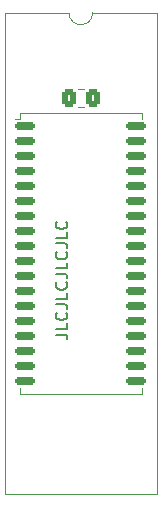
<source format=gto>
G04 #@! TF.GenerationSoftware,KiCad,Pcbnew,(6.0.11-0)*
G04 #@! TF.CreationDate,2023-06-06T19:26:52+02:00*
G04 #@! TF.ProjectId,soj36_to_dip,736f6a33-365f-4746-9f5f-6469702e6b69,rev?*
G04 #@! TF.SameCoordinates,Original*
G04 #@! TF.FileFunction,Legend,Top*
G04 #@! TF.FilePolarity,Positive*
%FSLAX46Y46*%
G04 Gerber Fmt 4.6, Leading zero omitted, Abs format (unit mm)*
G04 Created by KiCad (PCBNEW (6.0.11-0)) date 2023-06-06 19:26:52*
%MOMM*%
%LPD*%
G01*
G04 APERTURE LIST*
G04 Aperture macros list*
%AMRoundRect*
0 Rectangle with rounded corners*
0 $1 Rounding radius*
0 $2 $3 $4 $5 $6 $7 $8 $9 X,Y pos of 4 corners*
0 Add a 4 corners polygon primitive as box body*
4,1,4,$2,$3,$4,$5,$6,$7,$8,$9,$2,$3,0*
0 Add four circle primitives for the rounded corners*
1,1,$1+$1,$2,$3*
1,1,$1+$1,$4,$5*
1,1,$1+$1,$6,$7*
1,1,$1+$1,$8,$9*
0 Add four rect primitives between the rounded corners*
20,1,$1+$1,$2,$3,$4,$5,0*
20,1,$1+$1,$4,$5,$6,$7,0*
20,1,$1+$1,$6,$7,$8,$9,0*
20,1,$1+$1,$8,$9,$2,$3,0*%
G04 Aperture macros list end*
%ADD10C,0.150000*%
%ADD11C,0.120000*%
%ADD12RoundRect,0.250000X0.337500X0.475000X-0.337500X0.475000X-0.337500X-0.475000X0.337500X-0.475000X0*%
%ADD13O,1.600000X1.600000*%
%ADD14R,1.600000X1.600000*%
%ADD15RoundRect,0.150000X-0.700000X-0.150000X0.700000X-0.150000X0.700000X0.150000X-0.700000X0.150000X0*%
G04 APERTURE END LIST*
D10*
X152385780Y-89404247D02*
X153100066Y-89404247D01*
X153242923Y-89451866D01*
X153338161Y-89547104D01*
X153385780Y-89689961D01*
X153385780Y-89785200D01*
X153385780Y-88451866D02*
X153385780Y-88928057D01*
X152385780Y-88928057D01*
X153290542Y-87547104D02*
X153338161Y-87594723D01*
X153385780Y-87737580D01*
X153385780Y-87832819D01*
X153338161Y-87975676D01*
X153242923Y-88070914D01*
X153147685Y-88118533D01*
X152957209Y-88166152D01*
X152814352Y-88166152D01*
X152623876Y-88118533D01*
X152528638Y-88070914D01*
X152433400Y-87975676D01*
X152385780Y-87832819D01*
X152385780Y-87737580D01*
X152433400Y-87594723D01*
X152481019Y-87547104D01*
X152385780Y-86832819D02*
X153100066Y-86832819D01*
X153242923Y-86880438D01*
X153338161Y-86975676D01*
X153385780Y-87118533D01*
X153385780Y-87213771D01*
X153385780Y-85880438D02*
X153385780Y-86356628D01*
X152385780Y-86356628D01*
X153290542Y-84975676D02*
X153338161Y-85023295D01*
X153385780Y-85166152D01*
X153385780Y-85261390D01*
X153338161Y-85404247D01*
X153242923Y-85499485D01*
X153147685Y-85547104D01*
X152957209Y-85594723D01*
X152814352Y-85594723D01*
X152623876Y-85547104D01*
X152528638Y-85499485D01*
X152433400Y-85404247D01*
X152385780Y-85261390D01*
X152385780Y-85166152D01*
X152433400Y-85023295D01*
X152481019Y-84975676D01*
X152385780Y-84261390D02*
X153100066Y-84261390D01*
X153242923Y-84309009D01*
X153338161Y-84404247D01*
X153385780Y-84547104D01*
X153385780Y-84642342D01*
X153385780Y-83309009D02*
X153385780Y-83785200D01*
X152385780Y-83785200D01*
X153290542Y-82404247D02*
X153338161Y-82451866D01*
X153385780Y-82594723D01*
X153385780Y-82689961D01*
X153338161Y-82832819D01*
X153242923Y-82928057D01*
X153147685Y-82975676D01*
X152957209Y-83023295D01*
X152814352Y-83023295D01*
X152623876Y-82975676D01*
X152528638Y-82928057D01*
X152433400Y-82832819D01*
X152385780Y-82689961D01*
X152385780Y-82594723D01*
X152433400Y-82451866D01*
X152481019Y-82404247D01*
X152385780Y-81689961D02*
X153100066Y-81689961D01*
X153242923Y-81737580D01*
X153338161Y-81832819D01*
X153385780Y-81975676D01*
X153385780Y-82070914D01*
X153385780Y-80737580D02*
X153385780Y-81213771D01*
X152385780Y-81213771D01*
X153290542Y-79832819D02*
X153338161Y-79880438D01*
X153385780Y-80023295D01*
X153385780Y-80118533D01*
X153338161Y-80261390D01*
X153242923Y-80356628D01*
X153147685Y-80404247D01*
X152957209Y-80451866D01*
X152814352Y-80451866D01*
X152623876Y-80404247D01*
X152528638Y-80356628D01*
X152433400Y-80261390D01*
X152385780Y-80118533D01*
X152385780Y-80023295D01*
X152433400Y-79880438D01*
X152481019Y-79832819D01*
D11*
X154820252Y-70102400D02*
X154297748Y-70102400D01*
X154820252Y-68632400D02*
X154297748Y-68632400D01*
X153528600Y-62159400D02*
X148068600Y-62159400D01*
X148068600Y-62159400D02*
X148068600Y-102919400D01*
X148068600Y-102919400D02*
X160988600Y-102919400D01*
X160988600Y-102919400D02*
X160988600Y-62159400D01*
X160988600Y-62159400D02*
X155528600Y-62159400D01*
X153528600Y-62159400D02*
G75*
G03*
X155528600Y-62159400I1000000J0D01*
G01*
X154533600Y-94394400D02*
X159723600Y-94394400D01*
X159723600Y-94394400D02*
X159723600Y-93894400D01*
X154533600Y-94394400D02*
X149343600Y-94394400D01*
X149343600Y-94394400D02*
X149343600Y-93894400D01*
X154533600Y-70684400D02*
X159723600Y-70684400D01*
X159723600Y-70684400D02*
X159723600Y-71184400D01*
X154533600Y-70684400D02*
X149343600Y-70684400D01*
X149343600Y-70684400D02*
X149343600Y-71184400D01*
X149343600Y-71184400D02*
X148983600Y-71184400D01*
%LPC*%
D12*
X153521500Y-69367400D03*
X155596500Y-69367400D03*
D13*
X162148600Y-63489400D03*
X146908600Y-101589400D03*
X162148600Y-66029400D03*
X146908600Y-99049400D03*
X162148600Y-68569400D03*
X146908600Y-96509400D03*
X162148600Y-71109400D03*
X146908600Y-93969400D03*
X162148600Y-73649400D03*
X146908600Y-91429400D03*
X162148600Y-76189400D03*
X146908600Y-88889400D03*
X162148600Y-78729400D03*
X146908600Y-86349400D03*
X162148600Y-81269400D03*
X146908600Y-83809400D03*
X162148600Y-83809400D03*
X146908600Y-81269400D03*
X162148600Y-86349400D03*
X146908600Y-78729400D03*
X162148600Y-88889400D03*
X146908600Y-76189400D03*
X162148600Y-91429400D03*
X146908600Y-73649400D03*
X162148600Y-93969400D03*
X146908600Y-71109400D03*
X162148600Y-96509400D03*
X146908600Y-68569400D03*
X162148600Y-99049400D03*
X146908600Y-66029400D03*
X162148600Y-101589400D03*
D14*
X146908600Y-63489400D03*
D15*
X159233600Y-71744400D03*
X159233600Y-73014400D03*
X159233600Y-74284400D03*
X159233600Y-75554400D03*
X159233600Y-76824400D03*
X159233600Y-78094400D03*
X159233600Y-79364400D03*
X159233600Y-80634400D03*
X159233600Y-81904400D03*
X159233600Y-83174400D03*
X159233600Y-84444400D03*
X159233600Y-85714400D03*
X159233600Y-86984400D03*
X159233600Y-88254400D03*
X159233600Y-89524400D03*
X159233600Y-90794400D03*
X159233600Y-92064400D03*
X159233600Y-93334400D03*
X149833600Y-93334400D03*
X149833600Y-92064400D03*
X149833600Y-90794400D03*
X149833600Y-89524400D03*
X149833600Y-88254400D03*
X149833600Y-86984400D03*
X149833600Y-85714400D03*
X149833600Y-84444400D03*
X149833600Y-83174400D03*
X149833600Y-81904400D03*
X149833600Y-80634400D03*
X149833600Y-79364400D03*
X149833600Y-78094400D03*
X149833600Y-76824400D03*
X149833600Y-75554400D03*
X149833600Y-74284400D03*
X149833600Y-73014400D03*
X149833600Y-71744400D03*
M02*

</source>
